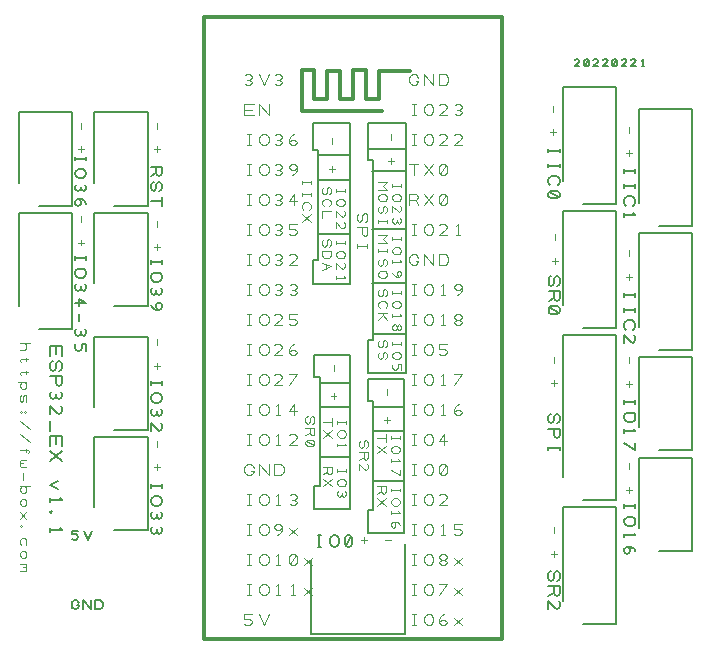
<source format=gbr>
G04 DesignSpark PCB Gerber Version 10.0 Build 5299*
G04 #@! TF.Part,Single*
G04 #@! TF.FileFunction,Legend,Top*
G04 #@! TF.FilePolarity,Positive*
%FSLAX35Y35*%
%MOIN*%
%ADD10C,0.00394*%
%ADD12C,0.00500*%
%ADD14C,0.00787*%
%ADD13C,0.01200*%
G04 #@! TD.AperFunction*
X0Y0D02*
D02*
D10*
X5704Y99065D02*
X8952D01*
X7057D02*
X7598Y98794D01*
X7869Y98252D01*
Y97711D01*
X7598Y97170D01*
X7057Y96899D01*
X5704D01*
X7869Y94283D02*
Y93020D01*
X8410Y93651D02*
X5974D01*
X5704Y93380D01*
Y93110D01*
X5974Y92839D01*
X7869Y89952D02*
Y88689D01*
X8410Y89320D02*
X5974D01*
X5704Y89050D01*
Y88779D01*
X5974Y88508D01*
X7869Y86072D02*
X4891D01*
X6515D02*
X5974Y85802D01*
X5704Y85260D01*
Y84719D01*
X5974Y84178D01*
X6515Y83907D01*
X7057D01*
X7598Y84178D01*
X7869Y84719D01*
Y85260D01*
X7598Y85802D01*
X7057Y86072D01*
X6515D01*
X5974Y81742D02*
X5704Y81200D01*
Y80118D01*
X5974Y79576D01*
X6515D01*
X6786Y80118D01*
Y81200D01*
X7057Y81742D01*
X7598D01*
X7869Y81200D01*
Y80118D01*
X7598Y79576D01*
X5704Y76057D02*
X5974Y75787D01*
X6245Y76057D01*
X5974Y76328D01*
X5704Y76057D01*
X7057D02*
X7328Y75787D01*
X7598Y76057D01*
X7328Y76328D01*
X7057Y76057D01*
X5704Y73080D02*
X8952Y70374D01*
X5704Y68750D02*
X8952Y66043D01*
X5704Y63336D02*
X8410D01*
X8681Y63065D01*
Y62795D01*
X8410Y62524D01*
X7598Y63878D02*
Y62795D01*
X7869Y60088D02*
X5974D01*
X5704Y59817D01*
Y59276D01*
X5974Y59006D01*
X6786D01*
X5974D02*
X5704Y58735D01*
Y58193D01*
X5974Y57923D01*
X7869D01*
X6786Y55757D02*
Y53592D01*
X6515Y51427D02*
X5974Y51156D01*
X5704Y50615D01*
Y50073D01*
X5974Y49532D01*
X6515Y49261D01*
X7057D01*
X7598Y49532D01*
X7869Y50073D01*
Y50615D01*
X7598Y51156D01*
X7057Y51427D01*
X5704D02*
X8952D01*
X6515Y47096D02*
X5974Y46825D01*
X5704Y46284D01*
Y45743D01*
X5974Y45201D01*
X6515Y44931D01*
X7057D01*
X7598Y45201D01*
X7869Y45743D01*
Y46284D01*
X7598Y46825D01*
X7057Y47096D01*
X6515D01*
X5704Y42765D02*
X7869Y40600D01*
X5704D02*
X7869Y42765D01*
X5704Y38164D02*
X5974Y37893D01*
X6245Y38164D01*
X5974Y38435D01*
X5704Y38164D01*
X7598Y31939D02*
X7869Y32480D01*
Y33292D01*
X7598Y33833D01*
X7057Y34104D01*
X6515D01*
X5974Y33833D01*
X5704Y33292D01*
Y32480D01*
X5974Y31939D01*
X6515Y29773D02*
X5974Y29502D01*
X5704Y28961D01*
Y28420D01*
X5974Y27878D01*
X6515Y27608D01*
X7057D01*
X7598Y27878D01*
X7869Y28420D01*
Y28961D01*
X7598Y29502D01*
X7057Y29773D01*
X6515D01*
X5704Y25443D02*
X7869D01*
X7598D02*
X7869Y25172D01*
Y24630D01*
X7598Y24360D01*
X6786D01*
X7598D02*
X7869Y24089D01*
Y23548D01*
X7598Y23277D01*
X5704D01*
X26023Y172569D02*
Y170600D01*
Y164694D02*
Y162726D01*
X25039Y163710D02*
X27007D01*
X26063Y141466D02*
Y139498D01*
Y133592D02*
Y131624D01*
X25078Y132608D02*
X27047D01*
X51299Y172569D02*
Y170600D01*
Y164694D02*
Y162726D01*
X50315Y163710D02*
X52283D01*
X51496Y66506D02*
Y64537D01*
Y58631D02*
Y56663D01*
X50511Y57647D02*
X52480D01*
X51496Y100403D02*
Y98435D01*
Y92529D02*
Y90561D01*
X50511Y91545D02*
X52480D01*
X51496Y139891D02*
Y137923D01*
Y132017D02*
Y130049D01*
X50511Y131033D02*
X52480D01*
X80521Y5354D02*
X81146Y5041D01*
X82084D01*
X82709Y5354D01*
X83021Y5979D01*
Y6291D01*
X82709Y6917D01*
X82084Y7229D01*
X80521D01*
Y8791D01*
X83021D01*
X85521D02*
X87084Y5041D01*
X88646Y8791D01*
X81459Y15041D02*
X82709D01*
X82084D02*
Y18791D01*
X81459D02*
X82709D01*
X85521Y16291D02*
Y17541D01*
X85834Y18167D01*
X86146Y18479D01*
X86771Y18791D01*
X87396D01*
X88021Y18479D01*
X88334Y18167D01*
X88646Y17541D01*
Y16291D01*
X88334Y15667D01*
X88021Y15354D01*
X87396Y15041D01*
X86771D01*
X86146Y15354D01*
X85834Y15667D01*
X85521Y16291D01*
X91146Y15041D02*
X92396D01*
X91771D02*
Y18791D01*
X91146Y18167D01*
X96146Y15041D02*
X97396D01*
X96771D02*
Y18791D01*
X96146Y18167D01*
X100521Y15041D02*
X103021Y17541D01*
Y15041D02*
X100521Y17541D01*
X81459Y25041D02*
X82709D01*
X82084D02*
Y28791D01*
X81459D02*
X82709D01*
X85521Y26291D02*
Y27541D01*
X85834Y28167D01*
X86146Y28479D01*
X86771Y28791D01*
X87396D01*
X88021Y28479D01*
X88334Y28167D01*
X88646Y27541D01*
Y26291D01*
X88334Y25667D01*
X88021Y25354D01*
X87396Y25041D01*
X86771D01*
X86146Y25354D01*
X85834Y25667D01*
X85521Y26291D01*
X91146Y25041D02*
X92396D01*
X91771D02*
Y28791D01*
X91146Y28167D01*
X95834Y25354D02*
X96459Y25041D01*
X97084D01*
X97709Y25354D01*
X98021Y25979D01*
Y27854D01*
X97709Y28479D01*
X97084Y28791D01*
X96459D01*
X95834Y28479D01*
X95521Y27854D01*
Y25979D01*
X95834Y25354D01*
X97709Y28479D01*
X100521Y25041D02*
X103021Y27541D01*
Y25041D02*
X100521Y27541D01*
X81459Y35041D02*
X82709D01*
X82084D02*
Y38791D01*
X81459D02*
X82709D01*
X85521Y36291D02*
Y37541D01*
X85834Y38167D01*
X86146Y38479D01*
X86771Y38791D01*
X87396D01*
X88021Y38479D01*
X88334Y38167D01*
X88646Y37541D01*
Y36291D01*
X88334Y35667D01*
X88021Y35354D01*
X87396Y35041D01*
X86771D01*
X86146Y35354D01*
X85834Y35667D01*
X85521Y36291D01*
X91459Y35041D02*
X92084Y35354D01*
X92709Y35979D01*
X93021Y36917D01*
Y37854D01*
X92709Y38479D01*
X92084Y38791D01*
X91459D01*
X90834Y38479D01*
X90521Y37854D01*
X90834Y37229D01*
X91459Y36917D01*
X92084D01*
X92709Y37229D01*
X93021Y37854D01*
X95521Y35041D02*
X98021Y37541D01*
Y35041D02*
X95521Y37541D01*
X81459Y45041D02*
X82709D01*
X82084D02*
Y48791D01*
X81459D02*
X82709D01*
X85521Y46291D02*
Y47541D01*
X85834Y48167D01*
X86146Y48479D01*
X86771Y48791D01*
X87396D01*
X88021Y48479D01*
X88334Y48167D01*
X88646Y47541D01*
Y46291D01*
X88334Y45667D01*
X88021Y45354D01*
X87396Y45041D01*
X86771D01*
X86146Y45354D01*
X85834Y45667D01*
X85521Y46291D01*
X91146Y45041D02*
X92396D01*
X91771D02*
Y48791D01*
X91146Y48167D01*
X95834Y45354D02*
X96459Y45041D01*
X97084D01*
X97709Y45354D01*
X98021Y45979D01*
X97709Y46604D01*
X97084Y46917D01*
X96459D01*
X97084D02*
X97709Y47229D01*
X98021Y47854D01*
X97709Y48479D01*
X97084Y48791D01*
X96459D01*
X95834Y48479D01*
X82709Y56604D02*
X83646D01*
Y56291D01*
X83334Y55667D01*
X83021Y55354D01*
X82396Y55041D01*
X81771D01*
X81146Y55354D01*
X80834Y55667D01*
X80521Y56291D01*
Y57541D01*
X80834Y58167D01*
X81146Y58479D01*
X81771Y58791D01*
X82396D01*
X83021Y58479D01*
X83334Y58167D01*
X83646Y57541D01*
X85521Y55041D02*
Y58791D01*
X88646Y55041D01*
Y58791D01*
X90521Y55041D02*
Y58791D01*
X92396D01*
X93021Y58479D01*
X93334Y58167D01*
X93646Y57541D01*
Y56291D01*
X93334Y55667D01*
X93021Y55354D01*
X92396Y55041D01*
X90521D01*
X81459Y65041D02*
X82709D01*
X82084D02*
Y68791D01*
X81459D02*
X82709D01*
X85521Y66291D02*
Y67541D01*
X85834Y68167D01*
X86146Y68479D01*
X86771Y68791D01*
X87396D01*
X88021Y68479D01*
X88334Y68167D01*
X88646Y67541D01*
Y66291D01*
X88334Y65667D01*
X88021Y65354D01*
X87396Y65041D01*
X86771D01*
X86146Y65354D01*
X85834Y65667D01*
X85521Y66291D01*
X91146Y65041D02*
X92396D01*
X91771D02*
Y68791D01*
X91146Y68167D01*
X98021Y65041D02*
X95521D01*
X97709Y67229D01*
X98021Y67854D01*
X97709Y68479D01*
X97084Y68791D01*
X96146D01*
X95521Y68479D01*
X81459Y75041D02*
X82709D01*
X82084D02*
Y78791D01*
X81459D02*
X82709D01*
X85521Y76291D02*
Y77541D01*
X85834Y78167D01*
X86146Y78479D01*
X86771Y78791D01*
X87396D01*
X88021Y78479D01*
X88334Y78167D01*
X88646Y77541D01*
Y76291D01*
X88334Y75667D01*
X88021Y75354D01*
X87396Y75041D01*
X86771D01*
X86146Y75354D01*
X85834Y75667D01*
X85521Y76291D01*
X91146Y75041D02*
X92396D01*
X91771D02*
Y78791D01*
X91146Y78167D01*
X97084Y75041D02*
Y78791D01*
X95521Y76291D01*
X98021D01*
X81459Y85041D02*
X82709D01*
X82084D02*
Y88791D01*
X81459D02*
X82709D01*
X85521Y86291D02*
Y87541D01*
X85834Y88167D01*
X86146Y88479D01*
X86771Y88791D01*
X87396D01*
X88021Y88479D01*
X88334Y88167D01*
X88646Y87541D01*
Y86291D01*
X88334Y85667D01*
X88021Y85354D01*
X87396Y85041D01*
X86771D01*
X86146Y85354D01*
X85834Y85667D01*
X85521Y86291D01*
X93021Y85041D02*
X90521D01*
X92709Y87229D01*
X93021Y87854D01*
X92709Y88479D01*
X92084Y88791D01*
X91146D01*
X90521Y88479D01*
X95521Y85041D02*
X98021Y88791D01*
X95521D01*
X81459Y95041D02*
X82709D01*
X82084D02*
Y98791D01*
X81459D02*
X82709D01*
X85521Y96291D02*
Y97541D01*
X85834Y98167D01*
X86146Y98479D01*
X86771Y98791D01*
X87396D01*
X88021Y98479D01*
X88334Y98167D01*
X88646Y97541D01*
Y96291D01*
X88334Y95667D01*
X88021Y95354D01*
X87396Y95041D01*
X86771D01*
X86146Y95354D01*
X85834Y95667D01*
X85521Y96291D01*
X93021Y95041D02*
X90521D01*
X92709Y97229D01*
X93021Y97854D01*
X92709Y98479D01*
X92084Y98791D01*
X91146D01*
X90521Y98479D01*
X95521Y95979D02*
X95834Y96604D01*
X96459Y96917D01*
X97084D01*
X97709Y96604D01*
X98021Y95979D01*
X97709Y95354D01*
X97084Y95041D01*
X96459D01*
X95834Y95354D01*
X95521Y95979D01*
Y96917D01*
X95834Y97854D01*
X96459Y98479D01*
X97084Y98791D01*
X81459Y105041D02*
X82709D01*
X82084D02*
Y108791D01*
X81459D02*
X82709D01*
X85521Y106291D02*
Y107541D01*
X85834Y108167D01*
X86146Y108479D01*
X86771Y108791D01*
X87396D01*
X88021Y108479D01*
X88334Y108167D01*
X88646Y107541D01*
Y106291D01*
X88334Y105667D01*
X88021Y105354D01*
X87396Y105041D01*
X86771D01*
X86146Y105354D01*
X85834Y105667D01*
X85521Y106291D01*
X93021Y105041D02*
X90521D01*
X92709Y107229D01*
X93021Y107854D01*
X92709Y108479D01*
X92084Y108791D01*
X91146D01*
X90521Y108479D01*
X95521Y105354D02*
X96146Y105041D01*
X97084D01*
X97709Y105354D01*
X98021Y105979D01*
Y106291D01*
X97709Y106917D01*
X97084Y107229D01*
X95521D01*
Y108791D01*
X98021D01*
X81459Y115041D02*
X82709D01*
X82084D02*
Y118791D01*
X81459D02*
X82709D01*
X85521Y116291D02*
Y117541D01*
X85834Y118167D01*
X86146Y118479D01*
X86771Y118791D01*
X87396D01*
X88021Y118479D01*
X88334Y118167D01*
X88646Y117541D01*
Y116291D01*
X88334Y115667D01*
X88021Y115354D01*
X87396Y115041D01*
X86771D01*
X86146Y115354D01*
X85834Y115667D01*
X85521Y116291D01*
X90834Y115354D02*
X91459Y115041D01*
X92084D01*
X92709Y115354D01*
X93021Y115979D01*
X92709Y116604D01*
X92084Y116917D01*
X91459D01*
X92084D02*
X92709Y117229D01*
X93021Y117854D01*
X92709Y118479D01*
X92084Y118791D01*
X91459D01*
X90834Y118479D01*
X95834Y115354D02*
X96459Y115041D01*
X97084D01*
X97709Y115354D01*
X98021Y115979D01*
X97709Y116604D01*
X97084Y116917D01*
X96459D01*
X97084D02*
X97709Y117229D01*
X98021Y117854D01*
X97709Y118479D01*
X97084Y118791D01*
X96459D01*
X95834Y118479D01*
X81459Y125041D02*
X82709D01*
X82084D02*
Y128791D01*
X81459D02*
X82709D01*
X85521Y126291D02*
Y127541D01*
X85834Y128167D01*
X86146Y128479D01*
X86771Y128791D01*
X87396D01*
X88021Y128479D01*
X88334Y128167D01*
X88646Y127541D01*
Y126291D01*
X88334Y125667D01*
X88021Y125354D01*
X87396Y125041D01*
X86771D01*
X86146Y125354D01*
X85834Y125667D01*
X85521Y126291D01*
X90834Y125354D02*
X91459Y125041D01*
X92084D01*
X92709Y125354D01*
X93021Y125979D01*
X92709Y126604D01*
X92084Y126917D01*
X91459D01*
X92084D02*
X92709Y127229D01*
X93021Y127854D01*
X92709Y128479D01*
X92084Y128791D01*
X91459D01*
X90834Y128479D01*
X98021Y125041D02*
X95521D01*
X97709Y127229D01*
X98021Y127854D01*
X97709Y128479D01*
X97084Y128791D01*
X96146D01*
X95521Y128479D01*
X81459Y135041D02*
X82709D01*
X82084D02*
Y138791D01*
X81459D02*
X82709D01*
X85521Y136291D02*
Y137541D01*
X85834Y138167D01*
X86146Y138479D01*
X86771Y138791D01*
X87396D01*
X88021Y138479D01*
X88334Y138167D01*
X88646Y137541D01*
Y136291D01*
X88334Y135667D01*
X88021Y135354D01*
X87396Y135041D01*
X86771D01*
X86146Y135354D01*
X85834Y135667D01*
X85521Y136291D01*
X90834Y135354D02*
X91459Y135041D01*
X92084D01*
X92709Y135354D01*
X93021Y135979D01*
X92709Y136604D01*
X92084Y136917D01*
X91459D01*
X92084D02*
X92709Y137229D01*
X93021Y137854D01*
X92709Y138479D01*
X92084Y138791D01*
X91459D01*
X90834Y138479D01*
X95521Y135354D02*
X96146Y135041D01*
X97084D01*
X97709Y135354D01*
X98021Y135979D01*
Y136291D01*
X97709Y136917D01*
X97084Y137229D01*
X95521D01*
Y138791D01*
X98021D01*
X81459Y145041D02*
X82709D01*
X82084D02*
Y148791D01*
X81459D02*
X82709D01*
X85521Y146291D02*
Y147541D01*
X85834Y148167D01*
X86146Y148479D01*
X86771Y148791D01*
X87396D01*
X88021Y148479D01*
X88334Y148167D01*
X88646Y147541D01*
Y146291D01*
X88334Y145667D01*
X88021Y145354D01*
X87396Y145041D01*
X86771D01*
X86146Y145354D01*
X85834Y145667D01*
X85521Y146291D01*
X90834Y145354D02*
X91459Y145041D01*
X92084D01*
X92709Y145354D01*
X93021Y145979D01*
X92709Y146604D01*
X92084Y146917D01*
X91459D01*
X92084D02*
X92709Y147229D01*
X93021Y147854D01*
X92709Y148479D01*
X92084Y148791D01*
X91459D01*
X90834Y148479D01*
X97084Y145041D02*
Y148791D01*
X95521Y146291D01*
X98021D01*
X81459Y155041D02*
X82709D01*
X82084D02*
Y158791D01*
X81459D02*
X82709D01*
X85521Y156291D02*
Y157541D01*
X85834Y158167D01*
X86146Y158479D01*
X86771Y158791D01*
X87396D01*
X88021Y158479D01*
X88334Y158167D01*
X88646Y157541D01*
Y156291D01*
X88334Y155667D01*
X88021Y155354D01*
X87396Y155041D01*
X86771D01*
X86146Y155354D01*
X85834Y155667D01*
X85521Y156291D01*
X90834Y155354D02*
X91459Y155041D01*
X92084D01*
X92709Y155354D01*
X93021Y155979D01*
X92709Y156604D01*
X92084Y156917D01*
X91459D01*
X92084D02*
X92709Y157229D01*
X93021Y157854D01*
X92709Y158479D01*
X92084Y158791D01*
X91459D01*
X90834Y158479D01*
X96459Y155041D02*
X97084Y155354D01*
X97709Y155979D01*
X98021Y156917D01*
Y157854D01*
X97709Y158479D01*
X97084Y158791D01*
X96459D01*
X95834Y158479D01*
X95521Y157854D01*
X95834Y157229D01*
X96459Y156917D01*
X97084D01*
X97709Y157229D01*
X98021Y157854D01*
X81459Y165041D02*
X82709D01*
X82084D02*
Y168791D01*
X81459D02*
X82709D01*
X85521Y166291D02*
Y167541D01*
X85834Y168167D01*
X86146Y168479D01*
X86771Y168791D01*
X87396D01*
X88021Y168479D01*
X88334Y168167D01*
X88646Y167541D01*
Y166291D01*
X88334Y165667D01*
X88021Y165354D01*
X87396Y165041D01*
X86771D01*
X86146Y165354D01*
X85834Y165667D01*
X85521Y166291D01*
X90834Y165354D02*
X91459Y165041D01*
X92084D01*
X92709Y165354D01*
X93021Y165979D01*
X92709Y166604D01*
X92084Y166917D01*
X91459D01*
X92084D02*
X92709Y167229D01*
X93021Y167854D01*
X92709Y168479D01*
X92084Y168791D01*
X91459D01*
X90834Y168479D01*
X95521Y165979D02*
X95834Y166604D01*
X96459Y166917D01*
X97084D01*
X97709Y166604D01*
X98021Y165979D01*
X97709Y165354D01*
X97084Y165041D01*
X96459D01*
X95834Y165354D01*
X95521Y165979D01*
Y166917D01*
X95834Y167854D01*
X96459Y168479D01*
X97084Y168791D01*
X80521Y175041D02*
Y178791D01*
X83646D01*
X83021Y176917D02*
X80521D01*
Y175041D02*
X83646D01*
X85521D02*
Y178791D01*
X88646Y175041D01*
Y178791D01*
X80834Y185354D02*
X81459Y185041D01*
X82084D01*
X82709Y185354D01*
X83021Y185979D01*
X82709Y186604D01*
X82084Y186917D01*
X81459D01*
X82084D02*
X82709Y187229D01*
X83021Y187854D01*
X82709Y188479D01*
X82084Y188791D01*
X81459D01*
X80834Y188479D01*
X85521Y188791D02*
X87084Y185041D01*
X88646Y188791D01*
X90834Y185354D02*
X91459Y185041D01*
X92084D01*
X92709Y185354D01*
X93021Y185979D01*
X92709Y186604D01*
X92084Y186917D01*
X91459D01*
X92084D02*
X92709Y187229D01*
X93021Y187854D01*
X92709Y188479D01*
X92084Y188791D01*
X91459D01*
X90834Y188479D01*
X99724Y153130D02*
Y152145D01*
Y152637D02*
X102677D01*
Y153130D02*
Y152145D01*
X99724Y149193D02*
Y148208D01*
Y148700D02*
X102677D01*
Y149193D02*
Y148208D01*
X100216Y143533D02*
X99970Y143779D01*
X99724Y144271D01*
Y145009D01*
X99970Y145502D01*
X100216Y145748D01*
X100708Y145994D01*
X101693D01*
X102185Y145748D01*
X102431Y145502D01*
X102677Y145009D01*
Y144271D01*
X102431Y143779D01*
X102185Y143533D01*
X99724Y142057D02*
X102677Y139596D01*
Y142057D02*
X99724Y139596D01*
X101600Y74734D02*
X101108Y74488D01*
X100862Y73996D01*
Y73011D01*
X101108Y72519D01*
X101600Y72273D01*
X102092Y72519D01*
X102338Y73011D01*
Y73996D01*
X102584Y74488D01*
X103076Y74734D01*
X103569Y74488D01*
X103815Y73996D01*
Y73011D01*
X103569Y72519D01*
X103076Y72273D01*
X100862Y70797D02*
X103815D01*
Y69074D01*
X103569Y68582D01*
X103076Y68336D01*
X102584Y68582D01*
X102338Y69074D01*
Y70797D01*
Y69074D02*
X100862Y68336D01*
X101108Y66614D02*
X100862Y66122D01*
Y65630D01*
X101108Y65137D01*
X101600Y64891D01*
X103076D01*
X103569Y65137D01*
X103815Y65630D01*
Y66122D01*
X103569Y66614D01*
X103076Y66860D01*
X101600D01*
X101108Y66614D01*
X103569Y65137D01*
X109763Y158159D02*
Y156191D01*
X108779Y157175D02*
X110748D01*
X109763Y167569D02*
Y165600D01*
X110236Y82450D02*
Y80482D01*
X109252Y81466D02*
X111220D01*
X110236Y91860D02*
Y89891D01*
X111141Y133011D02*
Y132027D01*
Y132519D02*
X114094D01*
Y133011D02*
Y132027D01*
X112126Y129813D02*
X113110D01*
X113602Y129567D01*
X113848Y129320D01*
X114094Y128828D01*
Y128336D01*
X113848Y127844D01*
X113602Y127598D01*
X113110Y127352D01*
X112126D01*
X111633Y127598D01*
X111387Y127844D01*
X111141Y128336D01*
Y128828D01*
X111387Y129320D01*
X111633Y129567D01*
X112126Y129813D01*
X111141Y123907D02*
Y125876D01*
X112864Y124153D01*
X113356Y123907D01*
X113848Y124153D01*
X114094Y124645D01*
Y125383D01*
X113848Y125876D01*
X111141Y121446D02*
Y120462D01*
Y120954D02*
X114094D01*
X113602Y121446D01*
X107155Y133750D02*
X106663Y133504D01*
X106417Y133011D01*
Y132027D01*
X106663Y131535D01*
X107155Y131289D01*
X107647Y131535D01*
X107893Y132027D01*
Y133011D01*
X108139Y133504D01*
X108631Y133750D01*
X109124Y133504D01*
X109370Y133011D01*
Y132027D01*
X109124Y131535D01*
X108631Y131289D01*
X106417Y129813D02*
X109370D01*
Y128336D01*
X109124Y127844D01*
X108878Y127598D01*
X108385Y127352D01*
X107401D01*
X106909Y127598D01*
X106663Y127844D01*
X106417Y128336D01*
Y129813D01*
Y125876D02*
X109370Y124645D01*
X106417Y123415D01*
X107647Y125383D02*
Y123907D01*
X111141Y150374D02*
Y149389D01*
Y149881D02*
X114094D01*
Y150374D02*
Y149389D01*
X112126Y147175D02*
X113110D01*
X113602Y146929D01*
X113848Y146683D01*
X114094Y146191D01*
Y145698D01*
X113848Y145206D01*
X113602Y144960D01*
X113110Y144714D01*
X112126D01*
X111633Y144960D01*
X111387Y145206D01*
X111141Y145698D01*
Y146191D01*
X111387Y146683D01*
X111633Y146929D01*
X112126Y147175D01*
X111141Y141269D02*
Y143238D01*
X112864Y141515D01*
X113356Y141269D01*
X113848Y141515D01*
X114094Y142007D01*
Y142746D01*
X113848Y143238D01*
X111141Y137332D02*
Y139301D01*
X112864Y137578D01*
X113356Y137332D01*
X113848Y137578D01*
X114094Y138070D01*
Y138809D01*
X113848Y139301D01*
X107155Y151112D02*
X106663Y150866D01*
X106417Y150374D01*
Y149389D01*
X106663Y148897D01*
X107155Y148651D01*
X107647Y148897D01*
X107893Y149389D01*
Y150374D01*
X108139Y150866D01*
X108631Y151112D01*
X109124Y150866D01*
X109370Y150374D01*
Y149389D01*
X109124Y148897D01*
X108631Y148651D01*
X106909Y144714D02*
X106663Y144960D01*
X106417Y145452D01*
Y146191D01*
X106663Y146683D01*
X106909Y146929D01*
X107401Y147175D01*
X108385D01*
X108878Y146929D01*
X109124Y146683D01*
X109370Y146191D01*
Y145452D01*
X109124Y144960D01*
X108878Y144714D01*
X109370Y143238D02*
X106417D01*
Y140777D01*
X111452Y57027D02*
Y56043D01*
Y56535D02*
X114405D01*
Y57027D02*
Y56043D01*
X112437Y53828D02*
X113421D01*
X113913Y53582D01*
X114159Y53336D01*
X114405Y52844D01*
Y52352D01*
X114159Y51860D01*
X113913Y51614D01*
X113421Y51368D01*
X112437D01*
X111944Y51614D01*
X111698Y51860D01*
X111452Y52352D01*
Y52844D01*
X111698Y53336D01*
X111944Y53582D01*
X112437Y53828D01*
X111698Y49645D02*
X111452Y49153D01*
Y48661D01*
X111698Y48169D01*
X112191Y47923D01*
X112683Y48169D01*
X112929Y48661D01*
Y49153D01*
Y48661D02*
X113175Y48169D01*
X113667Y47923D01*
X114159Y48169D01*
X114405Y48661D01*
Y49153D01*
X114159Y49645D01*
X106728Y57765D02*
X109681D01*
Y56043D01*
X109435Y55551D01*
X108943Y55305D01*
X108450Y55551D01*
X108204Y56043D01*
Y57765D01*
Y56043D02*
X106728Y55305D01*
Y53828D02*
X109681Y51368D01*
Y53828D02*
X106728Y51368D01*
X111452Y73248D02*
Y72263D01*
Y72756D02*
X114405D01*
Y73248D02*
Y72263D01*
X112437Y70049D02*
X113421D01*
X113913Y69803D01*
X114159Y69557D01*
X114405Y69065D01*
Y68572D01*
X114159Y68080D01*
X113913Y67834D01*
X113421Y67588D01*
X112437D01*
X111944Y67834D01*
X111698Y68080D01*
X111452Y68572D01*
Y69065D01*
X111698Y69557D01*
X111944Y69803D01*
X112437Y70049D01*
X111452Y65620D02*
Y64635D01*
Y65128D02*
X114405D01*
X113913Y65620D01*
X106728Y72756D02*
X109681D01*
Y73986D02*
Y71525D01*
X106728Y70049D02*
X109681Y67588D01*
Y70049D02*
X106728Y67588D01*
X118868Y142411D02*
X118277Y142116D01*
X117982Y141525D01*
Y140344D01*
X118277Y139754D01*
X118868Y139458D01*
X119458Y139754D01*
X119754Y140344D01*
Y141525D01*
X120049Y142116D01*
X120639Y142411D01*
X121230Y142116D01*
X121525Y141525D01*
Y140344D01*
X121230Y139754D01*
X120639Y139458D01*
X117982Y137687D02*
X121525D01*
Y135620D01*
X121230Y135029D01*
X120639Y134734D01*
X120049Y135029D01*
X119754Y135620D01*
Y137687D01*
X117982Y132076D02*
Y130895D01*
Y131486D02*
X121525D01*
Y132076D02*
Y130895D01*
X119553Y66663D02*
X119061Y66417D01*
X118815Y65925D01*
Y64941D01*
X119061Y64448D01*
X119553Y64202D01*
X120045Y64448D01*
X120291Y64941D01*
Y65925D01*
X120537Y66417D01*
X121029Y66663D01*
X121521Y66417D01*
X121767Y65925D01*
Y64941D01*
X121521Y64448D01*
X121029Y64202D01*
X118815Y62726D02*
X121767D01*
Y61004D01*
X121521Y60511D01*
X121029Y60265D01*
X120537Y60511D01*
X120291Y61004D01*
Y62726D01*
Y61004D02*
X118815Y60265D01*
Y56820D02*
Y58789D01*
X120537Y57067D01*
X121029Y56820D01*
X121521Y57067D01*
X121767Y57559D01*
Y58297D01*
X121521Y58789D01*
X128189Y74380D02*
Y72411D01*
X127204Y73395D02*
X129173D01*
X128189Y83789D02*
Y81820D01*
X129252Y160797D02*
Y158828D01*
X128267Y159813D02*
X130236D01*
X129252Y168671D02*
Y166702D01*
X129405Y50610D02*
Y49626D01*
Y50118D02*
X132358D01*
Y50610D02*
Y49626D01*
X130389Y47411D02*
X131374D01*
X131866Y47165D01*
X132112Y46919D01*
X132358Y46427D01*
Y45935D01*
X132112Y45443D01*
X131866Y45196D01*
X131374Y44950D01*
X130389D01*
X129897Y45196D01*
X129651Y45443D01*
X129405Y45935D01*
Y46427D01*
X129651Y46919D01*
X129897Y47165D01*
X130389Y47411D01*
X129405Y42982D02*
Y41998D01*
Y42490D02*
X132358D01*
X131866Y42982D01*
X130143Y39537D02*
X130635Y39291D01*
X130881Y38799D01*
Y38307D01*
X130635Y37815D01*
X130143Y37569D01*
X129651Y37815D01*
X129405Y38307D01*
Y38799D01*
X129651Y39291D01*
X130143Y39537D01*
X130881D01*
X131620Y39291D01*
X132112Y38799D01*
X132358Y38307D01*
X124681Y51348D02*
X127633D01*
Y49626D01*
X127387Y49133D01*
X126895Y48887D01*
X126403Y49133D01*
X126157Y49626D01*
Y51348D01*
Y49626D02*
X124681Y48887D01*
Y47411D02*
X127633Y44950D01*
Y47411D02*
X124681Y44950D01*
X129405Y68011D02*
Y67027D01*
Y67519D02*
X132358D01*
Y68011D02*
Y67027D01*
X130389Y64813D02*
X131374D01*
X131866Y64567D01*
X132112Y64320D01*
X132358Y63828D01*
Y63336D01*
X132112Y62844D01*
X131866Y62598D01*
X131374Y62352D01*
X130389D01*
X129897Y62598D01*
X129651Y62844D01*
X129405Y63336D01*
Y63828D01*
X129651Y64320D01*
X129897Y64567D01*
X130389Y64813D01*
X129405Y60383D02*
Y59399D01*
Y59891D02*
X132358D01*
X131866Y60383D01*
X129405Y56939D02*
X132358Y54970D01*
Y56939D01*
X124681Y67519D02*
X127633D01*
Y68750D02*
Y66289D01*
X124681Y64813D02*
X127633Y62352D01*
Y64813D02*
X124681Y62352D01*
X129842Y99389D02*
Y98405D01*
Y98897D02*
X132795D01*
Y99389D02*
Y98405D01*
X130826Y96191D02*
X131811D01*
X132303Y95944D01*
X132549Y95698D01*
X132795Y95206D01*
Y94714D01*
X132549Y94222D01*
X132303Y93976D01*
X131811Y93730D01*
X130826D01*
X130334Y93976D01*
X130088Y94222D01*
X129842Y94714D01*
Y95206D01*
X130088Y95698D01*
X130334Y95944D01*
X130826Y96191D01*
X130088Y92254D02*
X129842Y91761D01*
Y91023D01*
X130088Y90531D01*
X130580Y90285D01*
X130826D01*
X131319Y90531D01*
X131565Y91023D01*
Y92254D01*
X132795D01*
Y90285D01*
X125856Y100128D02*
X125364Y99881D01*
X125118Y99389D01*
Y98405D01*
X125364Y97913D01*
X125856Y97667D01*
X126348Y97913D01*
X126594Y98405D01*
Y99389D01*
X126840Y99881D01*
X127332Y100128D01*
X127824Y99881D01*
X128070Y99389D01*
Y98405D01*
X127824Y97913D01*
X127332Y97667D01*
X125856Y96191D02*
X125364Y95944D01*
X125118Y95452D01*
Y94468D01*
X125364Y93976D01*
X125856Y93730D01*
X126348Y93976D01*
X126594Y94468D01*
Y95452D01*
X126840Y95944D01*
X127332Y96191D01*
X127824Y95944D01*
X128070Y95452D01*
Y94468D01*
X127824Y93976D01*
X127332Y93730D01*
X129842Y116397D02*
Y115413D01*
Y115905D02*
X132795D01*
Y116397D02*
Y115413D01*
X130826Y113198D02*
X131811D01*
X132303Y112952D01*
X132549Y112706D01*
X132795Y112214D01*
Y111722D01*
X132549Y111230D01*
X132303Y110984D01*
X131811Y110738D01*
X130826D01*
X130334Y110984D01*
X130088Y111230D01*
X129842Y111722D01*
Y112214D01*
X130088Y112706D01*
X130334Y112952D01*
X130826Y113198D01*
X129842Y108769D02*
Y107785D01*
Y108277D02*
X132795D01*
X132303Y108769D01*
X131319Y104586D02*
Y104094D01*
X131565Y103602D01*
X132057Y103356D01*
X132549Y103602D01*
X132795Y104094D01*
Y104586D01*
X132549Y105078D01*
X132057Y105324D01*
X131565Y105078D01*
X131319Y104586D01*
X131072Y105078D01*
X130580Y105324D01*
X130088Y105078D01*
X129842Y104586D01*
Y104094D01*
X130088Y103602D01*
X130580Y103356D01*
X131072Y103602D01*
X131319Y104094D01*
X125856Y117135D02*
X125364Y116889D01*
X125118Y116397D01*
Y115413D01*
X125364Y114921D01*
X125856Y114675D01*
X126348Y114921D01*
X126594Y115413D01*
Y116397D01*
X126840Y116889D01*
X127332Y117135D01*
X127824Y116889D01*
X128070Y116397D01*
Y115413D01*
X127824Y114921D01*
X127332Y114675D01*
X125610Y110738D02*
X125364Y110984D01*
X125118Y111476D01*
Y112214D01*
X125364Y112706D01*
X125610Y112952D01*
X126102Y113198D01*
X127086D01*
X127578Y112952D01*
X127824Y112706D01*
X128070Y112214D01*
Y111476D01*
X127824Y110984D01*
X127578Y110738D01*
X125118Y109261D02*
X128070D01*
X126594D02*
Y108523D01*
X128070Y106801D01*
X126594Y108523D02*
X125118Y106801D01*
X129842Y134311D02*
Y133326D01*
Y133819D02*
X132795D01*
Y134311D02*
Y133326D01*
X130826Y131112D02*
X131811D01*
X132303Y130866D01*
X132549Y130620D01*
X132795Y130128D01*
Y129635D01*
X132549Y129143D01*
X132303Y128897D01*
X131811Y128651D01*
X130826D01*
X130334Y128897D01*
X130088Y129143D01*
X129842Y129635D01*
Y130128D01*
X130088Y130620D01*
X130334Y130866D01*
X130826Y131112D01*
X129842Y126683D02*
Y125698D01*
Y126191D02*
X132795D01*
X132303Y126683D01*
X129842Y122500D02*
X130088Y122007D01*
X130580Y121515D01*
X131319Y121269D01*
X132057D01*
X132549Y121515D01*
X132795Y122007D01*
Y122500D01*
X132549Y122992D01*
X132057Y123238D01*
X131565Y122992D01*
X131319Y122500D01*
Y122007D01*
X131565Y121515D01*
X132057Y121269D01*
X125118Y135049D02*
X128070D01*
X126594Y133819D01*
X128070Y132588D01*
X125118D01*
Y130374D02*
Y129389D01*
Y129881D02*
X128070D01*
Y130374D02*
Y129389D01*
X125856Y127175D02*
X125364Y126929D01*
X125118Y126437D01*
Y125452D01*
X125364Y124960D01*
X125856Y124714D01*
X126348Y124960D01*
X126594Y125452D01*
Y126437D01*
X126840Y126929D01*
X127332Y127175D01*
X127824Y126929D01*
X128070Y126437D01*
Y125452D01*
X127824Y124960D01*
X127332Y124714D01*
X126102Y123238D02*
X127086D01*
X127578Y122992D01*
X127824Y122746D01*
X128070Y122254D01*
Y121761D01*
X127824Y121269D01*
X127578Y121023D01*
X127086Y120777D01*
X126102D01*
X125610Y121023D01*
X125364Y121269D01*
X125118Y121761D01*
Y122254D01*
X125364Y122746D01*
X125610Y122992D01*
X126102Y123238D01*
X129842Y151988D02*
Y151004D01*
Y151496D02*
X132795D01*
Y151988D02*
Y151004D01*
X130826Y148789D02*
X131811D01*
X132303Y148543D01*
X132549Y148297D01*
X132795Y147805D01*
Y147313D01*
X132549Y146820D01*
X132303Y146574D01*
X131811Y146328D01*
X130826D01*
X130334Y146574D01*
X130088Y146820D01*
X129842Y147313D01*
Y147805D01*
X130088Y148297D01*
X130334Y148543D01*
X130826Y148789D01*
X129842Y142883D02*
Y144852D01*
X131565Y143130D01*
X132057Y142883D01*
X132549Y143130D01*
X132795Y143622D01*
Y144360D01*
X132549Y144852D01*
X130088Y140669D02*
X129842Y140177D01*
Y139685D01*
X130088Y139193D01*
X130580Y138946D01*
X131072Y139193D01*
X131319Y139685D01*
Y140177D01*
Y139685D02*
X131565Y139193D01*
X132057Y138946D01*
X132549Y139193D01*
X132795Y139685D01*
Y140177D01*
X132549Y140669D01*
X125118Y152726D02*
X128070D01*
X126594Y151496D01*
X128070Y150265D01*
X125118D01*
X126102Y148789D02*
X127086D01*
X127578Y148543D01*
X127824Y148297D01*
X128070Y147805D01*
Y147313D01*
X127824Y146820D01*
X127578Y146574D01*
X127086Y146328D01*
X126102D01*
X125610Y146574D01*
X125364Y146820D01*
X125118Y147313D01*
Y147805D01*
X125364Y148297D01*
X125610Y148543D01*
X126102Y148789D01*
X125856Y144852D02*
X125364Y144606D01*
X125118Y144114D01*
Y143130D01*
X125364Y142637D01*
X125856Y142391D01*
X126348Y142637D01*
X126594Y143130D01*
Y144114D01*
X126840Y144606D01*
X127332Y144852D01*
X127824Y144606D01*
X128070Y144114D01*
Y143130D01*
X127824Y142637D01*
X127332Y142391D01*
X125118Y140177D02*
Y139193D01*
Y139685D02*
X128070D01*
Y140177D02*
Y139193D01*
X129340Y33366D02*
X127372D01*
X121466D02*
X119498D01*
X120482Y34350D02*
Y32381D01*
X136341Y5041D02*
X137591D01*
X136966D02*
Y8791D01*
X136341D02*
X137591D01*
X140403Y6291D02*
Y7541D01*
X140716Y8167D01*
X141028Y8479D01*
X141653Y8791D01*
X142278D01*
X142903Y8479D01*
X143216Y8167D01*
X143528Y7541D01*
Y6291D01*
X143216Y5667D01*
X142903Y5354D01*
X142278Y5041D01*
X141653D01*
X141028Y5354D01*
X140716Y5667D01*
X140403Y6291D01*
X145403Y5979D02*
X145716Y6604D01*
X146341Y6917D01*
X146966D01*
X147591Y6604D01*
X147903Y5979D01*
X147591Y5354D01*
X146966Y5041D01*
X146341D01*
X145716Y5354D01*
X145403Y5979D01*
Y6917D01*
X145716Y7854D01*
X146341Y8479D01*
X146966Y8791D01*
X150403Y5041D02*
X152903Y7541D01*
Y5041D02*
X150403Y7541D01*
X136341Y15041D02*
X137591D01*
X136966D02*
Y18791D01*
X136341D02*
X137591D01*
X140403Y16291D02*
Y17541D01*
X140716Y18167D01*
X141028Y18479D01*
X141653Y18791D01*
X142278D01*
X142903Y18479D01*
X143216Y18167D01*
X143528Y17541D01*
Y16291D01*
X143216Y15667D01*
X142903Y15354D01*
X142278Y15041D01*
X141653D01*
X141028Y15354D01*
X140716Y15667D01*
X140403Y16291D01*
X145403Y15041D02*
X147903Y18791D01*
X145403D01*
X150403Y15041D02*
X152903Y17541D01*
Y15041D02*
X150403Y17541D01*
X136341Y25041D02*
X137591D01*
X136966D02*
Y28791D01*
X136341D02*
X137591D01*
X140403Y26291D02*
Y27541D01*
X140716Y28167D01*
X141028Y28479D01*
X141653Y28791D01*
X142278D01*
X142903Y28479D01*
X143216Y28167D01*
X143528Y27541D01*
Y26291D01*
X143216Y25667D01*
X142903Y25354D01*
X142278Y25041D01*
X141653D01*
X141028Y25354D01*
X140716Y25667D01*
X140403Y26291D01*
X146341Y26917D02*
X146966D01*
X147591Y27229D01*
X147903Y27854D01*
X147591Y28479D01*
X146966Y28791D01*
X146341D01*
X145716Y28479D01*
X145403Y27854D01*
X145716Y27229D01*
X146341Y26917D01*
X145716Y26604D01*
X145403Y25979D01*
X145716Y25354D01*
X146341Y25041D01*
X146966D01*
X147591Y25354D01*
X147903Y25979D01*
X147591Y26604D01*
X146966Y26917D01*
X150403Y25041D02*
X152903Y27541D01*
Y25041D02*
X150403Y27541D01*
X136341Y35041D02*
X137591D01*
X136966D02*
Y38791D01*
X136341D02*
X137591D01*
X140403Y36291D02*
Y37541D01*
X140716Y38167D01*
X141028Y38479D01*
X141653Y38791D01*
X142278D01*
X142903Y38479D01*
X143216Y38167D01*
X143528Y37541D01*
Y36291D01*
X143216Y35667D01*
X142903Y35354D01*
X142278Y35041D01*
X141653D01*
X141028Y35354D01*
X140716Y35667D01*
X140403Y36291D01*
X146028Y35041D02*
X147278D01*
X146653D02*
Y38791D01*
X146028Y38167D01*
X150403Y35354D02*
X151028Y35041D01*
X151966D01*
X152591Y35354D01*
X152903Y35979D01*
Y36291D01*
X152591Y36917D01*
X151966Y37229D01*
X150403D01*
Y38791D01*
X152903D01*
X136341Y45041D02*
X137591D01*
X136966D02*
Y48791D01*
X136341D02*
X137591D01*
X140403Y46291D02*
Y47541D01*
X140716Y48167D01*
X141028Y48479D01*
X141653Y48791D01*
X142278D01*
X142903Y48479D01*
X143216Y48167D01*
X143528Y47541D01*
Y46291D01*
X143216Y45667D01*
X142903Y45354D01*
X142278Y45041D01*
X141653D01*
X141028Y45354D01*
X140716Y45667D01*
X140403Y46291D01*
X147903Y45041D02*
X145403D01*
X147591Y47229D01*
X147903Y47854D01*
X147591Y48479D01*
X146966Y48791D01*
X146028D01*
X145403Y48479D01*
X136341Y55041D02*
X137591D01*
X136966D02*
Y58791D01*
X136341D02*
X137591D01*
X140403Y56291D02*
Y57541D01*
X140716Y58167D01*
X141028Y58479D01*
X141653Y58791D01*
X142278D01*
X142903Y58479D01*
X143216Y58167D01*
X143528Y57541D01*
Y56291D01*
X143216Y55667D01*
X142903Y55354D01*
X142278Y55041D01*
X141653D01*
X141028Y55354D01*
X140716Y55667D01*
X140403Y56291D01*
X145716Y55354D02*
X146341Y55041D01*
X146966D01*
X147591Y55354D01*
X147903Y55979D01*
Y57854D01*
X147591Y58479D01*
X146966Y58791D01*
X146341D01*
X145716Y58479D01*
X145403Y57854D01*
Y55979D01*
X145716Y55354D01*
X147591Y58479D01*
X136341Y65041D02*
X137591D01*
X136966D02*
Y68791D01*
X136341D02*
X137591D01*
X140403Y66291D02*
Y67541D01*
X140716Y68167D01*
X141028Y68479D01*
X141653Y68791D01*
X142278D01*
X142903Y68479D01*
X143216Y68167D01*
X143528Y67541D01*
Y66291D01*
X143216Y65667D01*
X142903Y65354D01*
X142278Y65041D01*
X141653D01*
X141028Y65354D01*
X140716Y65667D01*
X140403Y66291D01*
X146966Y65041D02*
Y68791D01*
X145403Y66291D01*
X147903D01*
X136341Y75041D02*
X137591D01*
X136966D02*
Y78791D01*
X136341D02*
X137591D01*
X140403Y76291D02*
Y77541D01*
X140716Y78167D01*
X141028Y78479D01*
X141653Y78791D01*
X142278D01*
X142903Y78479D01*
X143216Y78167D01*
X143528Y77541D01*
Y76291D01*
X143216Y75667D01*
X142903Y75354D01*
X142278Y75041D01*
X141653D01*
X141028Y75354D01*
X140716Y75667D01*
X140403Y76291D01*
X146028Y75041D02*
X147278D01*
X146653D02*
Y78791D01*
X146028Y78167D01*
X150403Y75979D02*
X150716Y76604D01*
X151341Y76917D01*
X151966D01*
X152591Y76604D01*
X152903Y75979D01*
X152591Y75354D01*
X151966Y75041D01*
X151341D01*
X150716Y75354D01*
X150403Y75979D01*
Y76917D01*
X150716Y77854D01*
X151341Y78479D01*
X151966Y78791D01*
X136341Y85041D02*
X137591D01*
X136966D02*
Y88791D01*
X136341D02*
X137591D01*
X140403Y86291D02*
Y87541D01*
X140716Y88167D01*
X141028Y88479D01*
X141653Y88791D01*
X142278D01*
X142903Y88479D01*
X143216Y88167D01*
X143528Y87541D01*
Y86291D01*
X143216Y85667D01*
X142903Y85354D01*
X142278Y85041D01*
X141653D01*
X141028Y85354D01*
X140716Y85667D01*
X140403Y86291D01*
X146028Y85041D02*
X147278D01*
X146653D02*
Y88791D01*
X146028Y88167D01*
X150403Y85041D02*
X152903Y88791D01*
X150403D01*
X136341Y95041D02*
X137591D01*
X136966D02*
Y98791D01*
X136341D02*
X137591D01*
X140403Y96291D02*
Y97541D01*
X140716Y98167D01*
X141028Y98479D01*
X141653Y98791D01*
X142278D01*
X142903Y98479D01*
X143216Y98167D01*
X143528Y97541D01*
Y96291D01*
X143216Y95667D01*
X142903Y95354D01*
X142278Y95041D01*
X141653D01*
X141028Y95354D01*
X140716Y95667D01*
X140403Y96291D01*
X145403Y95354D02*
X146028Y95041D01*
X146966D01*
X147591Y95354D01*
X147903Y95979D01*
Y96291D01*
X147591Y96917D01*
X146966Y97229D01*
X145403D01*
Y98791D01*
X147903D01*
X136341Y105041D02*
X137591D01*
X136966D02*
Y108791D01*
X136341D02*
X137591D01*
X140403Y106291D02*
Y107541D01*
X140716Y108167D01*
X141028Y108479D01*
X141653Y108791D01*
X142278D01*
X142903Y108479D01*
X143216Y108167D01*
X143528Y107541D01*
Y106291D01*
X143216Y105667D01*
X142903Y105354D01*
X142278Y105041D01*
X141653D01*
X141028Y105354D01*
X140716Y105667D01*
X140403Y106291D01*
X146028Y105041D02*
X147278D01*
X146653D02*
Y108791D01*
X146028Y108167D01*
X151341Y106917D02*
X151966D01*
X152591Y107229D01*
X152903Y107854D01*
X152591Y108479D01*
X151966Y108791D01*
X151341D01*
X150716Y108479D01*
X150403Y107854D01*
X150716Y107229D01*
X151341Y106917D01*
X150716Y106604D01*
X150403Y105979D01*
X150716Y105354D01*
X151341Y105041D01*
X151966D01*
X152591Y105354D01*
X152903Y105979D01*
X152591Y106604D01*
X151966Y106917D01*
X136341Y115041D02*
X137591D01*
X136966D02*
Y118791D01*
X136341D02*
X137591D01*
X140403Y116291D02*
Y117541D01*
X140716Y118167D01*
X141028Y118479D01*
X141653Y118791D01*
X142278D01*
X142903Y118479D01*
X143216Y118167D01*
X143528Y117541D01*
Y116291D01*
X143216Y115667D01*
X142903Y115354D01*
X142278Y115041D01*
X141653D01*
X141028Y115354D01*
X140716Y115667D01*
X140403Y116291D01*
X146028Y115041D02*
X147278D01*
X146653D02*
Y118791D01*
X146028Y118167D01*
X151341Y115041D02*
X151966Y115354D01*
X152591Y115979D01*
X152903Y116917D01*
Y117854D01*
X152591Y118479D01*
X151966Y118791D01*
X151341D01*
X150716Y118479D01*
X150403Y117854D01*
X150716Y117229D01*
X151341Y116917D01*
X151966D01*
X152591Y117229D01*
X152903Y117854D01*
X137591Y126604D02*
X138528D01*
Y126291D01*
X138216Y125667D01*
X137903Y125354D01*
X137278Y125041D01*
X136653D01*
X136028Y125354D01*
X135716Y125667D01*
X135403Y126291D01*
Y127541D01*
X135716Y128167D01*
X136028Y128479D01*
X136653Y128791D01*
X137278D01*
X137903Y128479D01*
X138216Y128167D01*
X138528Y127541D01*
X140403Y125041D02*
Y128791D01*
X143528Y125041D01*
Y128791D01*
X145403Y125041D02*
Y128791D01*
X147278D01*
X147903Y128479D01*
X148216Y128167D01*
X148528Y127541D01*
Y126291D01*
X148216Y125667D01*
X147903Y125354D01*
X147278Y125041D01*
X145403D01*
X136341Y135041D02*
X137591D01*
X136966D02*
Y138791D01*
X136341D02*
X137591D01*
X140403Y136291D02*
Y137541D01*
X140716Y138167D01*
X141028Y138479D01*
X141653Y138791D01*
X142278D01*
X142903Y138479D01*
X143216Y138167D01*
X143528Y137541D01*
Y136291D01*
X143216Y135667D01*
X142903Y135354D01*
X142278Y135041D01*
X141653D01*
X141028Y135354D01*
X140716Y135667D01*
X140403Y136291D01*
X147903Y135041D02*
X145403D01*
X147591Y137229D01*
X147903Y137854D01*
X147591Y138479D01*
X146966Y138791D01*
X146028D01*
X145403Y138479D01*
X151028Y135041D02*
X152278D01*
X151653D02*
Y138791D01*
X151028Y138167D01*
X135403Y145041D02*
Y148791D01*
X137591D01*
X138216Y148479D01*
X138528Y147854D01*
X138216Y147229D01*
X137591Y146917D01*
X135403D01*
X137591D02*
X138528Y145041D01*
X140403D02*
X143528Y148791D01*
X140403D02*
X143528Y145041D01*
X145716Y145354D02*
X146341Y145041D01*
X146966D01*
X147591Y145354D01*
X147903Y145979D01*
Y147854D01*
X147591Y148479D01*
X146966Y148791D01*
X146341D01*
X145716Y148479D01*
X145403Y147854D01*
Y145979D01*
X145716Y145354D01*
X147591Y148479D01*
X136966Y155041D02*
Y158791D01*
X135403D02*
X138528D01*
X140403Y155041D02*
X143528Y158791D01*
X140403D02*
X143528Y155041D01*
X145716Y155354D02*
X146341Y155041D01*
X146966D01*
X147591Y155354D01*
X147903Y155979D01*
Y157854D01*
X147591Y158479D01*
X146966Y158791D01*
X146341D01*
X145716Y158479D01*
X145403Y157854D01*
Y155979D01*
X145716Y155354D01*
X147591Y158479D01*
X136341Y165041D02*
X137591D01*
X136966D02*
Y168791D01*
X136341D02*
X137591D01*
X140403Y166291D02*
Y167541D01*
X140716Y168167D01*
X141028Y168479D01*
X141653Y168791D01*
X142278D01*
X142903Y168479D01*
X143216Y168167D01*
X143528Y167541D01*
Y166291D01*
X143216Y165667D01*
X142903Y165354D01*
X142278Y165041D01*
X141653D01*
X141028Y165354D01*
X140716Y165667D01*
X140403Y166291D01*
X147903Y165041D02*
X145403D01*
X147591Y167229D01*
X147903Y167854D01*
X147591Y168479D01*
X146966Y168791D01*
X146028D01*
X145403Y168479D01*
X152903Y165041D02*
X150403D01*
X152591Y167229D01*
X152903Y167854D01*
X152591Y168479D01*
X151966Y168791D01*
X151028D01*
X150403Y168479D01*
X136341Y175041D02*
X137591D01*
X136966D02*
Y178791D01*
X136341D02*
X137591D01*
X140403Y176291D02*
Y177541D01*
X140716Y178167D01*
X141028Y178479D01*
X141653Y178791D01*
X142278D01*
X142903Y178479D01*
X143216Y178167D01*
X143528Y177541D01*
Y176291D01*
X143216Y175667D01*
X142903Y175354D01*
X142278Y175041D01*
X141653D01*
X141028Y175354D01*
X140716Y175667D01*
X140403Y176291D01*
X147903Y175041D02*
X145403D01*
X147591Y177229D01*
X147903Y177854D01*
X147591Y178479D01*
X146966Y178791D01*
X146028D01*
X145403Y178479D01*
X150716Y175354D02*
X151341Y175041D01*
X151966D01*
X152591Y175354D01*
X152903Y175979D01*
X152591Y176604D01*
X151966Y176917D01*
X151341D01*
X151966D02*
X152591Y177229D01*
X152903Y177854D01*
X152591Y178479D01*
X151966Y178791D01*
X151341D01*
X150716Y178479D01*
X137591Y186604D02*
X138528D01*
Y186291D01*
X138216Y185667D01*
X137903Y185354D01*
X137278Y185041D01*
X136653D01*
X136028Y185354D01*
X135716Y185667D01*
X135403Y186291D01*
Y187541D01*
X135716Y188167D01*
X136028Y188479D01*
X136653Y188791D01*
X137278D01*
X137903Y188479D01*
X138216Y188167D01*
X138528Y187541D01*
X140403Y185041D02*
Y188791D01*
X143528Y185041D01*
Y188791D01*
X145403Y185041D02*
Y188791D01*
X147278D01*
X147903Y188479D01*
X148216Y188167D01*
X148528Y187541D01*
Y186291D01*
X148216Y185667D01*
X147903Y185354D01*
X147278Y185041D01*
X145403D01*
X183464Y178238D02*
Y176269D01*
Y170364D02*
Y168395D01*
X182480Y169380D02*
X184448D01*
X183779Y37687D02*
Y35718D01*
Y29813D02*
Y27844D01*
X182795Y28828D02*
X184763D01*
X183779Y94537D02*
Y92569D01*
Y86663D02*
Y84694D01*
X182795Y85679D02*
X184763D01*
X184055Y135364D02*
Y133395D01*
Y127490D02*
Y125521D01*
X183070Y126506D02*
X185039D01*
X208740Y59025D02*
Y57057D01*
Y51151D02*
Y49183D01*
X207756Y50167D02*
X209724D01*
X208819Y94301D02*
Y92332D01*
Y86427D02*
Y84458D01*
X207834Y85443D02*
X209803D01*
X208819Y129970D02*
Y128002D01*
Y122096D02*
Y120128D01*
X207834Y121112D02*
X209803D01*
X208819Y171191D02*
Y169222D01*
Y163317D02*
Y161348D01*
X207834Y162332D02*
X209803D01*
D02*
D12*
X15868Y98002D02*
X19618D01*
Y94876D01*
X17743Y95502D02*
Y98002D01*
X15868D02*
Y94876D01*
X16806Y93002D02*
X16181Y92689D01*
X15868Y92064D01*
Y90814D01*
X16181Y90189D01*
X16806Y89876D01*
X17431Y90189D01*
X17743Y90814D01*
Y92064D01*
X18056Y92689D01*
X18681Y93002D01*
X19306Y92689D01*
X19618Y92064D01*
Y90814D01*
X19306Y90189D01*
X18681Y89876D01*
X15868Y88002D02*
X19618D01*
Y85814D01*
X19306Y85189D01*
X18681Y84876D01*
X18056Y85189D01*
X17743Y85814D01*
Y88002D01*
X16181Y82689D02*
X15868Y82064D01*
Y81439D01*
X16181Y80814D01*
X16806Y80502D01*
X17431Y80814D01*
X17743Y81439D01*
Y82064D01*
Y81439D02*
X18056Y80814D01*
X18681Y80502D01*
X19306Y80814D01*
X19618Y81439D01*
Y82064D01*
X19306Y82689D01*
X15868Y75502D02*
Y78002D01*
X18056Y75814D01*
X18681Y75502D01*
X19306Y75814D01*
X19618Y76439D01*
Y77376D01*
X19306Y78002D01*
X15868Y73002D02*
Y69876D01*
Y68002D02*
X19618D01*
Y64876D01*
X17743Y65502D02*
Y68002D01*
X15868D02*
Y64876D01*
Y63002D02*
X19618Y59876D01*
Y63002D02*
X15868Y59876D01*
X18368Y53002D02*
X15868Y51752D01*
X18368Y50502D01*
X15868Y47376D02*
Y46126D01*
Y46752D02*
X19618D01*
X18993Y47376D01*
X15868Y42689D02*
X16181Y42376D01*
X16493Y42689D01*
X16181Y43002D01*
X15868Y42689D01*
Y37376D02*
Y36126D01*
Y36752D02*
X19618D01*
X18993Y37376D01*
X24645Y11663D02*
X25383D01*
Y11417D01*
X25137Y10925D01*
X24891Y10679D01*
X24399Y10433D01*
X23907D01*
X23415Y10679D01*
X23169Y10925D01*
X22923Y11417D01*
Y12401D01*
X23169Y12893D01*
X23415Y13139D01*
X23907Y13385D01*
X24399D01*
X24891Y13139D01*
X25137Y12893D01*
X25383Y12401D01*
X26860Y10433D02*
Y13385D01*
X29320Y10433D01*
Y13385D01*
X30797Y10433D02*
Y13385D01*
X32273D01*
X32765Y13139D01*
X33011Y12893D01*
X33257Y12401D01*
Y11417D01*
X33011Y10925D01*
X32765Y10679D01*
X32273Y10433D01*
X30797D01*
X23159Y33868D02*
X23651Y33622D01*
X24389D01*
X24881Y33868D01*
X25128Y34360D01*
Y34606D01*
X24881Y35098D01*
X24389Y35344D01*
X23159D01*
Y36574D01*
X25128D01*
X27096D02*
X28326Y33622D01*
X29557Y36574D01*
X24096Y128009D02*
Y126759D01*
Y127384D02*
X27846D01*
Y128009D02*
Y126759D01*
X25346Y123946D02*
X26596D01*
X27222Y123634D01*
X27534Y123321D01*
X27846Y122696D01*
Y122071D01*
X27534Y121446D01*
X27222Y121134D01*
X26596Y120821D01*
X25346D01*
X24722Y121134D01*
X24409Y121446D01*
X24096Y122071D01*
Y122696D01*
X24409Y123321D01*
X24722Y123634D01*
X25346Y123946D01*
X24409Y118634D02*
X24096Y118009D01*
Y117384D01*
X24409Y116759D01*
X25034Y116446D01*
X25659Y116759D01*
X25972Y117384D01*
Y118009D01*
Y117384D02*
X26284Y116759D01*
X26909Y116446D01*
X27534Y116759D01*
X27846Y117384D01*
Y118009D01*
X27534Y118634D01*
X24096Y112384D02*
X27846D01*
X25346Y113946D01*
Y111446D01*
Y108946D02*
Y106446D01*
X24409Y103634D02*
X24096Y103009D01*
Y102384D01*
X24409Y101759D01*
X25034Y101446D01*
X25659Y101759D01*
X25972Y102384D01*
Y103009D01*
Y102384D02*
X26284Y101759D01*
X26909Y101446D01*
X27534Y101759D01*
X27846Y102384D01*
Y103009D01*
X27534Y103634D01*
X24409Y98946D02*
X24096Y98321D01*
Y97384D01*
X24409Y96759D01*
X25034Y96446D01*
X25346D01*
X25972Y96759D01*
X26284Y97384D01*
Y98946D01*
X27846D01*
Y96446D01*
X24096Y161237D02*
Y159987D01*
Y160612D02*
X27846D01*
Y161237D02*
Y159987D01*
X25346Y157175D02*
X26596D01*
X27222Y156862D01*
X27534Y156550D01*
X27846Y155925D01*
Y155300D01*
X27534Y154675D01*
X27222Y154362D01*
X26596Y154050D01*
X25346D01*
X24722Y154362D01*
X24409Y154675D01*
X24096Y155300D01*
Y155925D01*
X24409Y156550D01*
X24722Y156862D01*
X25346Y157175D01*
X24409Y151862D02*
X24096Y151237D01*
Y150612D01*
X24409Y149987D01*
X25034Y149675D01*
X25659Y149987D01*
X25972Y150612D01*
Y151237D01*
Y150612D02*
X26284Y149987D01*
X26909Y149675D01*
X27534Y149987D01*
X27846Y150612D01*
Y151237D01*
X27534Y151862D01*
X25034Y147175D02*
X25659Y146862D01*
X25972Y146237D01*
Y145612D01*
X25659Y144987D01*
X25034Y144675D01*
X24409Y144987D01*
X24096Y145612D01*
Y146237D01*
X24409Y146862D01*
X25034Y147175D01*
X25972D01*
X26909Y146862D01*
X27534Y146237D01*
X27846Y145612D01*
X49293Y126670D02*
Y125420D01*
Y126045D02*
X53043D01*
Y126670D02*
Y125420D01*
X50543Y122608D02*
X51793D01*
X52419Y122295D01*
X52731Y121983D01*
X53043Y121358D01*
Y120733D01*
X52731Y120108D01*
X52419Y119795D01*
X51793Y119483D01*
X50543D01*
X49919Y119795D01*
X49606Y120108D01*
X49293Y120733D01*
Y121358D01*
X49606Y121983D01*
X49919Y122295D01*
X50543Y122608D01*
X49606Y117295D02*
X49293Y116670D01*
Y116045D01*
X49606Y115420D01*
X50231Y115108D01*
X50856Y115420D01*
X51169Y116045D01*
Y116670D01*
Y116045D02*
X51481Y115420D01*
X52106Y115108D01*
X52731Y115420D01*
X53043Y116045D01*
Y116670D01*
X52731Y117295D01*
X49293Y111670D02*
X49606Y111045D01*
X50231Y110420D01*
X51169Y110108D01*
X52106D01*
X52731Y110420D01*
X53043Y111045D01*
Y111670D01*
X52731Y112295D01*
X52106Y112608D01*
X51481Y112295D01*
X51169Y111670D01*
Y111045D01*
X51481Y110420D01*
X52106Y110108D01*
X49293Y157883D02*
X53043D01*
Y155696D01*
X52731Y155071D01*
X52106Y154758D01*
X51481Y155071D01*
X51169Y155696D01*
Y157883D01*
Y155696D02*
X49293Y154758D01*
X50231Y152883D02*
X49606Y152571D01*
X49293Y151946D01*
Y150696D01*
X49606Y150071D01*
X50231Y149758D01*
X50856Y150071D01*
X51169Y150696D01*
Y151946D01*
X51481Y152571D01*
X52106Y152883D01*
X52731Y152571D01*
X53043Y151946D01*
Y150696D01*
X52731Y150071D01*
X52106Y149758D01*
X49293Y146321D02*
X53043D01*
Y147883D02*
Y144758D01*
X49372Y52143D02*
Y50893D01*
Y51518D02*
X53122D01*
Y52143D02*
Y50893D01*
X50622Y48080D02*
X51872D01*
X52497Y47768D01*
X52810Y47455D01*
X53122Y46830D01*
Y46205D01*
X52810Y45580D01*
X52497Y45268D01*
X51872Y44955D01*
X50622D01*
X49997Y45268D01*
X49685Y45580D01*
X49372Y46205D01*
Y46830D01*
X49685Y47455D01*
X49997Y47768D01*
X50622Y48080D01*
X49685Y42768D02*
X49372Y42143D01*
Y41518D01*
X49685Y40893D01*
X50310Y40580D01*
X50935Y40893D01*
X51247Y41518D01*
Y42143D01*
Y41518D02*
X51560Y40893D01*
X52185Y40580D01*
X52810Y40893D01*
X53122Y41518D01*
Y42143D01*
X52810Y42768D01*
X49685Y37768D02*
X49372Y37143D01*
Y36518D01*
X49685Y35893D01*
X50310Y35580D01*
X50935Y35893D01*
X51247Y36518D01*
Y37143D01*
Y36518D02*
X51560Y35893D01*
X52185Y35580D01*
X52810Y35893D01*
X53122Y36518D01*
Y37143D01*
X52810Y37768D01*
X49372Y86474D02*
Y85224D01*
Y85848D02*
X53122D01*
Y86474D02*
Y85224D01*
X50622Y82411D02*
X51872D01*
X52497Y82098D01*
X52810Y81786D01*
X53122Y81161D01*
Y80536D01*
X52810Y79911D01*
X52497Y79598D01*
X51872Y79286D01*
X50622D01*
X49997Y79598D01*
X49685Y79911D01*
X49372Y80536D01*
Y81161D01*
X49685Y81786D01*
X49997Y82098D01*
X50622Y82411D01*
X49685Y77098D02*
X49372Y76474D01*
Y75848D01*
X49685Y75224D01*
X50310Y74911D01*
X50935Y75224D01*
X51247Y75848D01*
Y76474D01*
Y75848D02*
X51560Y75224D01*
X52185Y74911D01*
X52810Y75224D01*
X53122Y75848D01*
Y76474D01*
X52810Y77098D01*
X49372Y69911D02*
Y72411D01*
X51560Y70224D01*
X52185Y69911D01*
X52810Y70224D01*
X53122Y70848D01*
Y71786D01*
X52810Y72411D01*
X103317Y172490D02*
Y163395D01*
X105128D01*
Y126781D01*
X103317D01*
Y118710D01*
X115836D01*
Y172490D01*
X103317D01*
X103789Y95088D02*
Y87765D01*
X105600D01*
Y51506D01*
X103789D01*
Y43946D01*
X115718D01*
Y95088D01*
X103789D01*
X104923Y31262D02*
X106173D01*
X105548D02*
Y35012D01*
X104923D02*
X106173D01*
X108986Y32512D02*
Y33762D01*
X109298Y34387D01*
X109611Y34700D01*
X110236Y35012D01*
X110861D01*
X111486Y34700D01*
X111798Y34387D01*
X112111Y33762D01*
Y32512D01*
X111798Y31887D01*
X111486Y31574D01*
X110861Y31262D01*
X110236D01*
X109611Y31574D01*
X109298Y31887D01*
X108986Y32512D01*
X114298Y31574D02*
X114923Y31262D01*
X115548D01*
X116173Y31574D01*
X116486Y32200D01*
Y34074D01*
X116173Y34700D01*
X115548Y35012D01*
X114923D01*
X114298Y34700D01*
X113986Y34074D01*
Y32200D01*
X114298Y31574D01*
X116173Y34700D01*
X105128Y135521D02*
X115718D01*
X105206Y153513D02*
X115836D01*
Y153474D01*
X105206Y161663D02*
X115836D01*
X105679Y61191D02*
X115639D01*
X105679Y77805D02*
X115639D01*
X105679Y85954D02*
X115639D01*
X121663Y172490D02*
Y160009D01*
X123238D01*
Y100246D01*
X121663D01*
Y89065D01*
X134261D01*
Y172490D01*
X121663D01*
X121742Y87017D02*
Y79694D01*
X123553D01*
Y43435D01*
X121742D01*
Y35876D01*
X133671D01*
Y87017D01*
X121742D01*
X123198Y119025D02*
X133986D01*
X123198Y137017D02*
X133986D01*
X123198Y156584D02*
X133986D01*
X123356Y102096D02*
X134143D01*
X123631Y53120D02*
X133592D01*
X123631Y69734D02*
X133592D01*
X123631Y77883D02*
X133592D01*
X134143Y163946D02*
X121702D01*
X182790Y22962D02*
X182165Y22650D01*
X181852Y22025D01*
Y20775D01*
X182165Y20150D01*
X182790Y19837D01*
X183415Y20150D01*
X183728Y20775D01*
Y22025D01*
X184040Y22650D01*
X184665Y22962D01*
X185290Y22650D01*
X185602Y22025D01*
Y20775D01*
X185290Y20150D01*
X184665Y19837D01*
X181852Y17962D02*
X185602D01*
Y15775D01*
X185290Y15150D01*
X184665Y14837D01*
X184040Y15150D01*
X183728Y15775D01*
Y17962D01*
Y15775D02*
X181852Y14837D01*
Y10462D02*
Y12962D01*
X184040Y10775D01*
X184665Y10462D01*
X185290Y10775D01*
X185602Y11400D01*
Y12337D01*
X185290Y12962D01*
X182790Y75561D02*
X182165Y75248D01*
X181852Y74623D01*
Y73373D01*
X182165Y72748D01*
X182790Y72435D01*
X183415Y72748D01*
X183728Y73373D01*
Y74623D01*
X184040Y75248D01*
X184665Y75561D01*
X185290Y75248D01*
X185602Y74623D01*
Y73373D01*
X185290Y72748D01*
X184665Y72435D01*
X181852Y70561D02*
X185602D01*
Y68373D01*
X185290Y67748D01*
X184665Y67435D01*
X184040Y67748D01*
X183728Y68373D01*
Y70561D01*
X181852Y64623D02*
Y63373D01*
Y63998D02*
X185602D01*
Y64623D02*
Y63373D01*
X181852Y163875D02*
Y162625D01*
Y163250D02*
X185602D01*
Y163875D02*
Y162625D01*
X181852Y158875D02*
Y157625D01*
Y158250D02*
X185602D01*
Y158875D02*
Y157625D01*
X182478Y151687D02*
X182165Y152000D01*
X181852Y152625D01*
Y153563D01*
X182165Y154187D01*
X182478Y154500D01*
X183102Y154813D01*
X184352D01*
X184978Y154500D01*
X185290Y154187D01*
X185602Y153563D01*
Y152625D01*
X185290Y152000D01*
X184978Y151687D01*
X182165Y149500D02*
X181852Y148875D01*
Y148250D01*
X182165Y147625D01*
X182790Y147313D01*
X184665D01*
X185290Y147625D01*
X185602Y148250D01*
Y148875D01*
X185290Y149500D01*
X184665Y149813D01*
X182790D01*
X182165Y149500D01*
X185290Y147625D01*
X182830Y121309D02*
X182204Y120996D01*
X181892Y120371D01*
Y119121D01*
X182204Y118496D01*
X182830Y118183D01*
X183454Y118496D01*
X183767Y119121D01*
Y120371D01*
X184080Y120996D01*
X184704Y121309D01*
X185330Y120996D01*
X185642Y120371D01*
Y119121D01*
X185330Y118496D01*
X184704Y118183D01*
X181892Y116309D02*
X185642D01*
Y114121D01*
X185330Y113496D01*
X184704Y113183D01*
X184080Y113496D01*
X183767Y114121D01*
Y116309D01*
Y114121D02*
X181892Y113183D01*
X182204Y110996D02*
X181892Y110371D01*
Y109746D01*
X182204Y109121D01*
X182830Y108809D01*
X184704D01*
X185330Y109121D01*
X185642Y109746D01*
Y110371D01*
X185330Y110996D01*
X184704Y111309D01*
X182830D01*
X182204Y110996D01*
X185330Y109121D01*
X192135Y191309D02*
X190561D01*
X191939Y192687D01*
X192135Y193080D01*
X191939Y193474D01*
X191545Y193671D01*
X190954D01*
X190561Y193474D01*
X193907Y191506D02*
X194301Y191309D01*
X194694D01*
X195088Y191506D01*
X195285Y191899D01*
Y193080D01*
X195088Y193474D01*
X194694Y193671D01*
X194301D01*
X193907Y193474D01*
X193710Y193080D01*
Y191899D01*
X193907Y191506D01*
X195088Y193474D01*
X198435Y191309D02*
X196860D01*
X198238Y192687D01*
X198435Y193080D01*
X198238Y193474D01*
X197844Y193671D01*
X197254D01*
X196860Y193474D01*
X201584Y191309D02*
X200009D01*
X201387Y192687D01*
X201584Y193080D01*
X201387Y193474D01*
X200994Y193671D01*
X200403D01*
X200009Y193474D01*
X203356Y191506D02*
X203750Y191309D01*
X204143D01*
X204537Y191506D01*
X204734Y191899D01*
Y193080D01*
X204537Y193474D01*
X204143Y193671D01*
X203750D01*
X203356Y193474D01*
X203159Y193080D01*
Y191899D01*
X203356Y191506D01*
X204537Y193474D01*
X207883Y191309D02*
X206309D01*
X207687Y192687D01*
X207883Y193080D01*
X207687Y193474D01*
X207293Y193671D01*
X206702D01*
X206309Y193474D01*
X211033Y191309D02*
X209458D01*
X210836Y192687D01*
X211033Y193080D01*
X210836Y193474D01*
X210443Y193671D01*
X209852D01*
X209458Y193474D01*
X213002Y191309D02*
X213789D01*
X213395D02*
Y193671D01*
X213002Y193277D01*
X207049Y157143D02*
Y155893D01*
Y156518D02*
X210799D01*
Y157143D02*
Y155893D01*
X207049Y152143D02*
Y150893D01*
Y151518D02*
X210799D01*
Y152143D02*
Y150893D01*
X207674Y144955D02*
X207362Y145268D01*
X207049Y145893D01*
Y146830D01*
X207362Y147455D01*
X207674Y147768D01*
X208299Y148080D01*
X209549D01*
X210174Y147768D01*
X210487Y147455D01*
X210799Y146830D01*
Y145893D01*
X210487Y145268D01*
X210174Y144955D01*
X207049Y142455D02*
Y141205D01*
Y141830D02*
X210799D01*
X210174Y142455D01*
X207089Y115804D02*
Y114554D01*
Y115179D02*
X210839D01*
Y115804D02*
Y114554D01*
X207089Y110804D02*
Y109554D01*
Y110179D02*
X210839D01*
Y110804D02*
Y109554D01*
X207714Y103617D02*
X207401Y103929D01*
X207089Y104554D01*
Y105492D01*
X207401Y106117D01*
X207714Y106429D01*
X208339Y106742D01*
X209589D01*
X210214Y106429D01*
X210526Y106117D01*
X210839Y105492D01*
Y104554D01*
X210526Y103929D01*
X210214Y103617D01*
X207089Y99242D02*
Y101742D01*
X209276Y99554D01*
X209901Y99242D01*
X210526Y99554D01*
X210839Y100179D01*
Y101117D01*
X210526Y101742D01*
X207128Y45293D02*
Y44043D01*
Y44667D02*
X210878D01*
Y45293D02*
Y44043D01*
X208378Y41230D02*
X209628D01*
X210253Y40917D01*
X210566Y40605D01*
X210878Y39980D01*
Y39355D01*
X210566Y38730D01*
X210253Y38417D01*
X209628Y38105D01*
X208378D01*
X207753Y38417D01*
X207441Y38730D01*
X207128Y39355D01*
Y39980D01*
X207441Y40605D01*
X207753Y40917D01*
X208378Y41230D01*
X207128Y35605D02*
Y34355D01*
Y34980D02*
X210878D01*
X210253Y35605D01*
X208066Y31230D02*
X208691Y30917D01*
X209003Y30293D01*
Y29667D01*
X208691Y29043D01*
X208066Y28730D01*
X207441Y29043D01*
X207128Y29667D01*
Y30293D01*
X207441Y30917D01*
X208066Y31230D01*
X209003D01*
X209941Y30917D01*
X210566Y30293D01*
X210878Y29667D01*
X207128Y80017D02*
Y78767D01*
Y79392D02*
X210878D01*
Y80017D02*
Y78767D01*
X208378Y75954D02*
X209628D01*
X210253Y75642D01*
X210566Y75329D01*
X210878Y74704D01*
Y74079D01*
X210566Y73454D01*
X210253Y73142D01*
X209628Y72829D01*
X208378D01*
X207753Y73142D01*
X207441Y73454D01*
X207128Y74079D01*
Y74704D01*
X207441Y75329D01*
X207753Y75642D01*
X208378Y75954D01*
X207128Y70329D02*
Y69079D01*
Y69704D02*
X210878D01*
X210253Y70329D01*
X207128Y65954D02*
X210878Y63454D01*
Y65954D01*
D02*
D13*
X67135Y600D02*
X166348D01*
Y207687D01*
X67135D01*
Y600D01*
X135600Y189891D02*
X125364D01*
Y180403D01*
X120994D01*
Y190049D01*
X116702D01*
Y180482D01*
X112372D01*
Y189891D01*
X108080D01*
Y180521D01*
X103868D01*
Y190049D01*
X99655D01*
Y176348D01*
X126466D01*
D02*
D14*
X5324Y111309D02*
Y142608D01*
X23041D01*
Y103631D01*
X12017D01*
X5324Y152608D02*
Y176033D01*
X23041D01*
Y144931D01*
X12017D01*
X30521Y44301D02*
Y67726D01*
X48238D01*
Y36624D01*
X37214D01*
X30521Y77765D02*
Y101191D01*
X48238D01*
Y70088D01*
X37214D01*
X30521Y119183D02*
Y142608D01*
X48238D01*
Y111506D01*
X37214D01*
X30521Y152608D02*
Y176033D01*
X48238D01*
Y144931D01*
X37214D01*
X102844Y26820D02*
Y2214D01*
X133946D01*
Y32135D01*
X186820Y13198D02*
Y44498D01*
X204537D01*
Y5521D01*
X193513D01*
X186820Y54576D02*
Y101624D01*
X204537D01*
Y46899D01*
X193513D01*
X186820Y111663D02*
Y142962D01*
X204537D01*
Y103986D01*
X193513D01*
X186820Y153002D02*
Y184301D01*
X204537D01*
Y145324D01*
X193513D01*
X212017Y37411D02*
Y60836D01*
X229734D01*
Y29734D01*
X218710D01*
X212017Y71033D02*
Y94458D01*
X229734D01*
Y63356D01*
X218710D01*
X212017Y104498D02*
Y135797D01*
X229734D01*
Y96820D01*
X218710D01*
X212017Y145836D02*
Y177135D01*
X229734D01*
Y138159D01*
X218710D01*
X0Y0D02*
M02*

</source>
